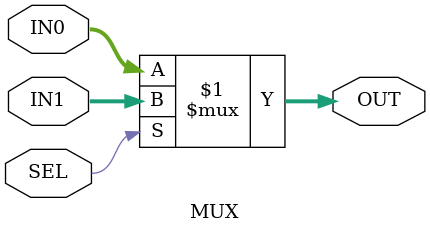
<source format=v>
module MUX(IN0, IN1, OUT, SEL);
input [15:0]IN0, IN1;
output [15:0]OUT;
input  SEL;

assign OUT = (SEL)? IN1: IN0;

endmodule

</source>
